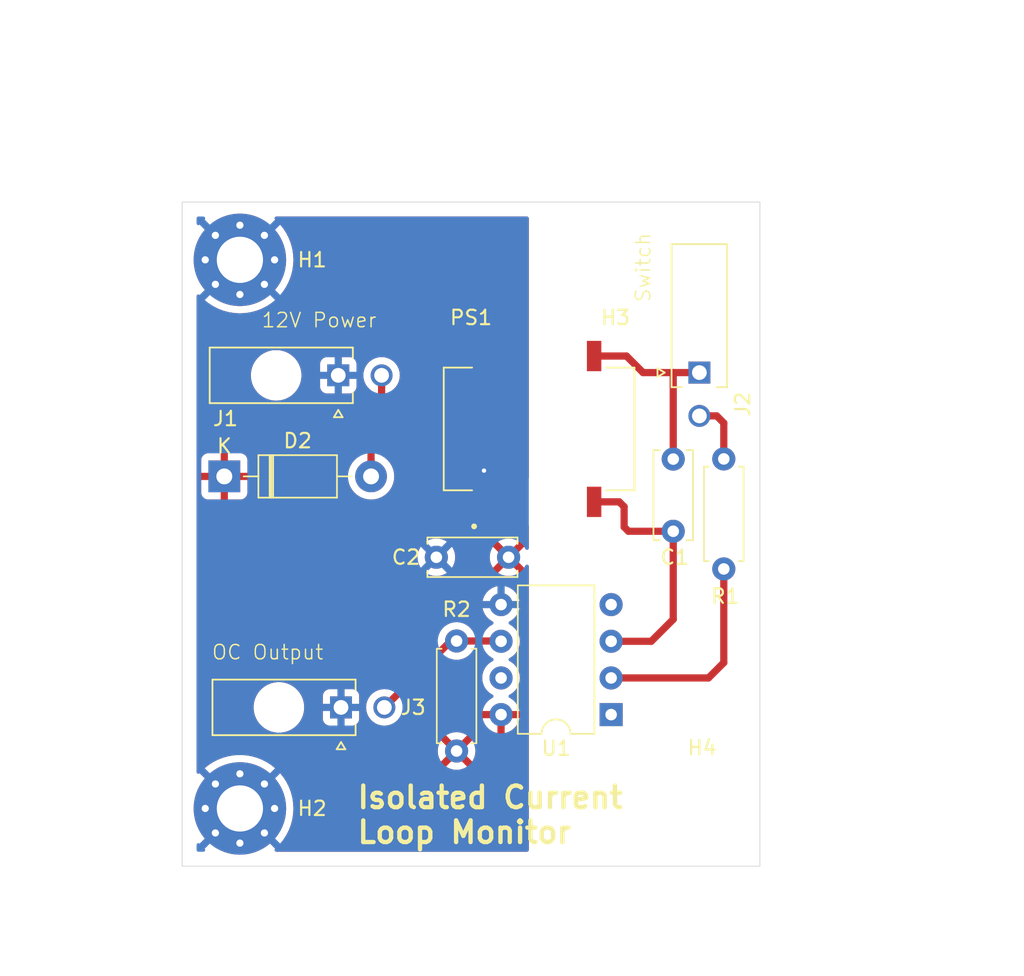
<source format=kicad_pcb>
(kicad_pcb (version 20240108) (generator "pcbnew") (generator_version "8.0")
  (title_block (title "Isolated Current Loop Monitor Layout"))
  (layers (0 "F.Cu" signal) (31 "B.Cu" signal) (34 "B.Paste" user) (35 "F.Paste" user) (36 "B.SilkS" user "B.Silkscreen") (37 "F.SilkS" user "F.Silkscreen") (38 "B.Mask" user) (39 "F.Mask" user) (44 "Edge.Cuts" user))
  (net 0 "")
  (net 1 "+12V")
  (net 2 "GND")
  (net 3 "Net-(D2-A)")
  (net 4 "Net-(J2-Pin_1)")
  (net 5 "Net-(J2-Pin_2)")
  (net 6 "Net-(J3-Pin_2)")
  (net 7 "Net-(PS1-0V)")
  (net 8 "Net-(U1-C1)")
  (footprint "Capacitor_THT:C_Disc_D6.0mm_W2.5mm_P5.00mm" (layer "F.Cu") (at 135.6 98.6 180)
    (property "Reference" "C2" (at 7.1 0 180) (layer "F.SilkS"))
    (property "Value" "2.2uF")
    (fp_line (start 5.62 0.925) (end 5.62 1.37) (stroke (width 0.12)) (layer "F.SilkS"))
    (fp_line (start 5.62 -1.37) (end 5.62 -0.925) (stroke (width 0.12)) (layer "F.SilkS"))
    (fp_line (start -0.62 1.37) (end 5.62 1.37) (stroke (width 0.12)) (layer "F.SilkS"))
    (fp_line (start -0.62 0.925) (end -0.62 1.37) (stroke (width 0.12)) (layer "F.SilkS"))
    (fp_line (start -0.62 -1.37) (end 5.62 -1.37) (stroke (width 0.12)) (layer "F.SilkS"))
    (fp_line (start -0.62 -1.37) (end -0.62 -0.925) (stroke (width 0.12)) (layer "F.SilkS"))
    (pad "1" thru_hole circle (at 0 0 180) (size 1.6 1.6) (drill 0.8) (layers "*.Cu" "*.Mask") (net 1 "+12V"))
    (pad "2" thru_hole circle (at 5 0 180) (size 1.6 1.6) (drill 0.8) (layers "*.Cu" "*.Mask") (net 2 "GND"))
  )
  (footprint "Package_DIP:DIP-8_W7.62mm" (layer "F.Cu") (at 142.7 109.5 180)
    (property "Reference" "U1" (at 3.81 -2.33 180) (layer "F.SilkS"))
    (property "Value" "6N139")
    (fp_line (start 6.46 8.95) (end 6.46 -1.33) (stroke (width 0.12)) (layer "F.SilkS"))
    (fp_line (start 6.46 -1.33) (end 4.81 -1.33) (stroke (width 0.12)) (layer "F.SilkS"))
    (fp_line (start 2.81 -1.33) (end 1.16 -1.33) (stroke (width 0.12)) (layer "F.SilkS"))
    (fp_line (start 1.16 8.95) (end 6.46 8.95) (stroke (width 0.12)) (layer "F.SilkS"))
    (fp_line (start 1.16 -1.33) (end 1.16 8.95) (stroke (width 0.12)) (layer "F.SilkS"))
    (fp_arc (start 4.81 -1.33) (mid 3.81 -0.33) (end 2.81 -1.33) (stroke (width 0.12)) (layer "F.SilkS"))
    (pad "1" thru_hole rect (at 0 0 180) (size 1.6 1.6) (drill 0.8) (layers "*.Cu" "*.Mask"))
    (pad "2" thru_hole oval (at 0 2.54 180) (size 1.6 1.6) (drill 0.8) (layers "*.Cu" "*.Mask") (net 8 "Net-(U1-C1)"))
    (pad "3" thru_hole oval (at 0 5.08 180) (size 1.6 1.6) (drill 0.8) (layers "*.Cu" "*.Mask") (net 7 "Net-(PS1-0V)"))
    (pad "4" thru_hole oval (at 0 7.62 180) (size 1.6 1.6) (drill 0.8) (layers "*.Cu" "*.Mask"))
    (pad "5" thru_hole oval (at 7.62 7.62 180) (size 1.6 1.6) (drill 0.8) (layers "*.Cu" "*.Mask") (net 2 "GND"))
    (pad "6" thru_hole oval (at 7.62 5.08 180) (size 1.6 1.6) (drill 0.8) (layers "*.Cu" "*.Mask") (net 6 "Net-(J3-Pin_2)"))
    (pad "7" thru_hole oval (at 7.62 2.54 180) (size 1.6 1.6) (drill 0.8) (layers "*.Cu" "*.Mask"))
    (pad "8" thru_hole oval (at 7.62 0 180) (size 1.6 1.6) (drill 0.8) (layers "*.Cu" "*.Mask") (net 1 "+12V"))
  )
  (footprint "Capacitor_THT:C_Disc_D6.0mm_W2.5mm_P5.00mm" (layer "F.Cu") (at 147 91.8 -90)
    (property "Reference" "C1" (at 6.799999 -0.100001 180) (layer "F.SilkS"))
    (property "Value" "10uF")
    (fp_line (start -0.62 1.37) (end 5.62 1.37) (stroke (width 0.12)) (layer "F.SilkS"))
    (fp_line (start -0.62 0.925) (end -0.62 1.37) (stroke (width 0.12)) (layer "F.SilkS"))
    (fp_line (start 5.62 0.925) (end 5.62 1.37) (stroke (width 0.12)) (layer "F.SilkS"))
    (fp_line (start -0.62 -1.37) (end -0.62 -0.925) (stroke (width 0.12)) (layer "F.SilkS"))
    (fp_line (start -0.62 -1.37) (end 5.62 -1.37) (stroke (width 0.12)) (layer "F.SilkS"))
    (fp_line (start 5.62 -1.37) (end 5.62 -0.925) (stroke (width 0.12)) (layer "F.SilkS"))
    (pad "1" thru_hole circle (at 0 0 270) (size 1.6 1.6) (drill 0.8) (layers "*.Cu" "*.Mask") (net 4 "Net-(J2-Pin_1)"))
    (pad "2" thru_hole circle (at 5 0 270) (size 1.6 1.6) (drill 0.8) (layers "*.Cu" "*.Mask") (net 7 "Net-(PS1-0V)"))
  )
  (footprint "Isolation_Current_Loop_Monitor:MOLEX_2125280200" (layer "F.Cu") (at 123.81 86 -90)
    (property "Reference" "J1" (at 3 7.81 180) (layer "F.SilkS"))
    (property "Value" "12V Power")
    (fp_line (start -1.925 8.9) (end -1.925 -1.01) (stroke (width 0.127)) (layer "F.SilkS"))
    (fp_line (start 1.925 8.9) (end -1.925 8.9) (stroke (width 0.127)) (layer "F.SilkS"))
    (fp_line (start 2.9 0.3) (end 2.9 -0.3) (stroke (width 0.127)) (layer "F.SilkS"))
    (fp_line (start 2.4 0) (end 2.9 0.3) (stroke (width 0.127)) (layer "F.SilkS"))
    (fp_line (start 2.9 -0.3) (end 2.4 0) (stroke (width 0.127)) (layer "F.SilkS"))
    (fp_line (start -1.925 -1.01) (end -1.2 -1.01) (stroke (width 0.127)) (layer "F.SilkS"))
    (fp_line (start 1.925 -1.01) (end 1.925 8.9) (stroke (width 0.127)) (layer "F.SilkS"))
    (fp_line (start 1.925 -1.01) (end 1.2 -1.01) (stroke (width 0.127)) (layer "F.SilkS"))
    (pad "" np_thru_hole circle (at 0 4.3 270) (size 3 3) (drill 3) (layers "*.Cu" "*.Mask"))
    (pad "1" thru_hole rect (at 0 0 270) (size 1.52 1.52) (drill 1.02) (layers "*.Cu") (net 2 "GND"))
    (pad "2" thru_hole circle (at 0 -3 270) (size 1.52 1.52) (drill 1.02) (layers "*.Cu") (net 3 "Net-(D2-A)"))
  )
  (footprint "Isolation_Current_Loop_Monitor:CONV_PDSE1-S12-S5-M" (layer "F.Cu") (at 137.7125 89.7125 90)
    (property "Reference" "PS1" (at 7.7125 -4.7125 0) (layer "F.SilkS"))
    (property "Value" "PDSE1-S12-S5-M")
    (fp_line (start 4.25 -6.6) (end -4.25 -6.6) (stroke (width 0.127)) (layer "F.SilkS"))
    (fp_line (start -4.25 -6.6) (end -4.25 -4.64) (stroke (width 0.127)) (layer "F.SilkS"))
    (fp_line (start 4.25 -4.64) (end 4.25 -6.6) (stroke (width 0.127)) (layer "F.SilkS"))
    (fp_line (start 4.25 4.64) (end 4.25 6.6) (stroke (width 0.127)) (layer "F.SilkS"))
    (fp_line (start 4.25 6.6) (end -4.25 6.6) (stroke (width 0.127)) (layer "F.SilkS"))
    (fp_line (start -4.25 6.6) (end -4.25 4.64) (stroke (width 0.127)) (layer "F.SilkS"))
    (fp_circle (center -6.75 -4.5) (end -6.65 -4.5) (stroke (width 0.2)) (fill none) (layer "F.SilkS"))
    (pad "1" smd rect (at -5.05 -3.81 90) (size 2.1 1) (layers "F.Cu" "F.Paste" "F.Mask") (net 2 "GND"))
    (pad "2" smd rect (at -5.05 -1.27 90) (size 2.1 1) (layers "F.Cu" "F.Paste" "F.Mask") (net 1 "+12V"))
    (pad "4" smd rect (at -5.05 3.81 90) (size 2.1 1) (layers "F.Cu" "F.Paste" "F.Mask") (net 7 "Net-(PS1-0V)"))
    (pad "5" smd rect (at 5.05 3.81 90) (size 2.1 1) (layers "F.Cu" "F.Paste" "F.Mask") (net 4 "Net-(J2-Pin_1)"))
    (pad "8" smd rect (at 5.05 -3.81 90) (size 2.1 1) (layers "F.Cu" "F.Paste" "F.Mask"))
  )
  (footprint "Isolation_Current_Loop_Monitor:MOLEX_2125280200" (layer "F.Cu") (at 124 109 -90)
    (property "Reference" "J3" (at 0 -5 180) (layer "F.SilkS"))
    (property "Value" "Open Collector Output")
    (fp_line (start -1.925 8.9) (end -1.925 -1.01) (stroke (width 0.127)) (layer "F.SilkS"))
    (fp_line (start 1.925 8.9) (end -1.925 8.9) (stroke (width 0.127)) (layer "F.SilkS"))
    (fp_line (start 2.9 0.3) (end 2.9 -0.3) (stroke (width 0.127)) (layer "F.SilkS"))
    (fp_line (start 2.4 0) (end 2.9 0.3) (stroke (width 0.127)) (layer "F.SilkS"))
    (fp_line (start 2.9 -0.3) (end 2.4 0) (stroke (width 0.127)) (layer "F.SilkS"))
    (fp_line (start -1.925 -1.01) (end -1.2 -1.01) (stroke (width 0.127)) (layer "F.SilkS"))
    (fp_line (start 1.925 -1.01) (end 1.925 8.9) (stroke (width 0.127)) (layer "F.SilkS"))
    (fp_line (start 1.925 -1.01) (end 1.2 -1.01) (stroke (width 0.127)) (layer "F.SilkS"))
    (pad "" np_thru_hole circle (at 0 4.3 270) (size 3 3) (drill 3) (layers "*.Cu" "*.Mask"))
    (pad "1" thru_hole rect (at 0 0 270) (size 1.52 1.52) (drill 1.02) (layers "*.Cu") (net 2 "GND"))
    (pad "2" thru_hole circle (at 0 -3 270) (size 1.52 1.52) (drill 1.02) (layers "*.Cu") (net 6 "Net-(J3-Pin_2)"))
  )
  (footprint "MountingHole:MountingHole_3.2mm_M3" (layer "F.Cu") (at 149 116)
    (property "Reference" "H4" (at 0 -4.2 0) (layer "F.SilkS"))
    (property "Value" "M3")
    (pad "" np_thru_hole circle (at 0 0) (size 3.2 3.2) (drill 3.2) (layers "*.Cu" "*.Mask"))
  )
  (footprint "MountingHole:MountingHole_3.2mm_M3" (layer "F.Cu") (at 140 78)
    (property "Reference" "H3" (at 3 4 0) (layer "F.SilkS"))
    (property "Value" "M3")
    (pad "" np_thru_hole circle (at 0 0) (size 3.2 3.2) (drill 3.2) (layers "*.Cu" "*.Mask"))
  )
  (footprint "Diode_THT:D_DO-41_SOD81_P10.16mm_Horizontal" (layer "F.Cu") (at 115.92 93)
    (property "Reference" "D2" (at 5.08 -2.47 0) (layer "F.SilkS"))
    (property "Value" "1N5817")
    (fp_line (start 1.34 0) (end 2.36 0) (stroke (width 0.12)) (layer "F.SilkS"))
    (fp_line (start 2.36 -1.47) (end 2.36 1.47) (stroke (width 0.12)) (layer "F.SilkS"))
    (fp_line (start 2.36 1.47) (end 7.8 1.47) (stroke (width 0.12)) (layer "F.SilkS"))
    (fp_line (start 3.14 -1.47) (end 3.14 1.47) (stroke (width 0.12)) (layer "F.SilkS"))
    (fp_line (start 3.26 -1.47) (end 3.26 1.47) (stroke (width 0.12)) (layer "F.SilkS"))
    (fp_line (start 3.38 -1.47) (end 3.38 1.47) (stroke (width 0.12)) (layer "F.SilkS"))
    (fp_line (start 7.8 -1.47) (end 2.36 -1.47) (stroke (width 0.12)) (layer "F.SilkS"))
    (fp_line (start 7.8 1.47) (end 7.8 -1.47) (stroke (width 0.12)) (layer "F.SilkS"))
    (fp_line (start 8.82 0) (end 7.8 0) (stroke (width 0.12)) (layer "F.SilkS"))
    (fp_text user "K" (at 0 -2.1 0) (layer "F.SilkS"))
    (pad "1" thru_hole rect (at 0 0) (size 2.2 2.2) (drill 1.1) (layers "*.Cu" "*.Mask") (net 1 "+12V"))
    (pad "2" thru_hole oval (at 10.16 0) (size 2.2 2.2) (drill 1.1) (layers "*.Cu" "*.Mask") (net 3 "Net-(D2-A)"))
  )
  (footprint "Isolation_Current_Loop_Monitor:MOLEX_2125280200" (layer "F.Cu") (at 148.81 85.81 180)
    (property "Reference" "J2" (at -3 -2.19 -90) (layer "F.SilkS"))
    (property "Value" "Current Loop Input")
    (fp_line (start 2.9 0.3) (end 2.9 -0.3) (stroke (width 0.127)) (layer "F.SilkS"))
    (fp_line (start 2.9 -0.3) (end 2.4 0) (stroke (width 0.127)) (layer "F.SilkS"))
    (fp_line (start 2.4 0) (end 2.9 0.3) (stroke (width 0.127)) (layer "F.SilkS"))
    (fp_line (start 1.925 8.9) (end -1.925 8.9) (stroke (width 0.127)) (layer "F.SilkS"))
    (fp_line (start 1.925 -1.01) (end 1.925 8.9) (stroke (width 0.127)) (layer "F.SilkS"))
    (fp_line (start 1.925 -1.01) (end 1.2 -1.01) (stroke (width 0.127)) (layer "F.SilkS"))
    (fp_line (start -1.925 8.9) (end -1.925 -1.01) (stroke (width 0.127)) (layer "F.SilkS"))
    (fp_line (start -1.925 -1.01) (end -1.2 -1.01) (stroke (width 0.127)) (layer "F.SilkS"))
    (pad "" np_thru_hole circle (at 0 4.3 180) (size 3 3) (drill 3) (layers "*.Cu" "*.Mask"))
    (pad "1" thru_hole rect (at 0 0 180) (size 1.52 1.52) (drill 1.02) (layers "*.Cu") (net 4 "Net-(J2-Pin_1)"))
    (pad "2" thru_hole circle (at 0 -3 180) (size 1.52 1.52) (drill 1.02) (layers "*.Cu") (net 5 "Net-(J2-Pin_2)"))
  )
  (footprint "MountingHole:MountingHole_3.2mm_M3_Pad_Via" (layer "F.Cu") (at 117 116)
    (property "Reference" "H2" (at 5 0 0) (layer "F.SilkS"))
    (property "Value" "M3")
    (pad "1" thru_hole circle (at -2.4 0) (size 0.8 0.8) (drill 0.5) (layers "*.Cu" "*.Mask") (net 2 "GND"))
    (pad "1" thru_hole circle (at -1.697056 -1.697056) (size 0.8 0.8) (drill 0.5) (layers "*.Cu" "*.Mask") (net 2 "GND"))
    (pad "1" thru_hole circle (at -1.697056 1.697056) (size 0.8 0.8) (drill 0.5) (layers "*.Cu" "*.Mask") (net 2 "GND"))
    (pad "1" thru_hole circle (at 0 -2.4) (size 0.8 0.8) (drill 0.5) (layers "*.Cu" "*.Mask") (net 2 "GND"))
    (pad "1" thru_hole circle (at 0 0) (size 6.4 6.4) (drill 3.2) (layers "*.Cu" "*.Mask") (net 2 "GND"))
    (pad "1" thru_hole circle (at 0 2.4) (size 0.8 0.8) (drill 0.5) (layers "*.Cu" "*.Mask") (net 2 "GND"))
    (pad "1" thru_hole circle (at 1.697056 -1.697056) (size 0.8 0.8) (drill 0.5) (layers "*.Cu" "*.Mask") (net 2 "GND"))
    (pad "1" thru_hole circle (at 1.697056 1.697056) (size 0.8 0.8) (drill 0.5) (layers "*.Cu" "*.Mask") (net 2 "GND"))
    (pad "1" thru_hole circle (at 2.4 0) (size 0.8 0.8) (drill 0.5) (layers "*.Cu" "*.Mask") (net 2 "GND"))
  )
  (footprint "Resistor_THT:R_Axial_DIN0207_L6.3mm_D2.5mm_P7.62mm_Horizontal" (layer "F.Cu") (at 132 112.02 90)
    (property "Reference" "R2" (at 9.81 0 0) (layer "F.SilkS"))
    (property "Value" "10k")
    (fp_line (start 7.08 -1.37) (end 7.08 -1.04) (stroke (width 0.12)) (layer "F.SilkS"))
    (fp_line (start 0.54 -1.37) (end 7.08 -1.37) (stroke (width 0.12)) (layer "F.SilkS"))
    (fp_line (start 0.54 -1.04) (end 0.54 -1.37) (stroke (width 0.12)) (layer "F.SilkS"))
    (fp_line (start 0.54 1.04) (end 0.54 1.37) (stroke (width 0.12)) (layer "F.SilkS"))
    (fp_line (start 7.08 1.37) (end 7.08 1.04) (stroke (width 0.12)) (layer "F.SilkS"))
    (fp_line (start 0.54 1.37) (end 7.08 1.37) (stroke (width 0.12)) (layer "F.SilkS"))
    (pad "1" thru_hole circle (at 0 0 90) (size 1.6 1.6) (drill 0.8) (layers "*.Cu" "*.Mask") (net 1 "+12V"))
    (pad "2" thru_hole oval (at 7.62 0 90) (size 1.6 1.6) (drill 0.8) (layers "*.Cu" "*.Mask") (net 6 "Net-(J3-Pin_2)"))
  )
  (footprint "MountingHole:MountingHole_3.2mm_M3_Pad_Via" (layer "F.Cu") (at 117 78)
    (property "Reference" "H1" (at 5 0 0) (layer "F.SilkS"))
    (property "Value" "M3")
    (pad "1" thru_hole circle (at -2.4 0) (size 0.8 0.8) (drill 0.5) (layers "*.Cu" "*.Mask") (net 2 "GND"))
    (pad "1" thru_hole circle (at -1.697056 -1.697056) (size 0.8 0.8) (drill 0.5) (layers "*.Cu" "*.Mask") (net 2 "GND"))
    (pad "1" thru_hole circle (at -1.697056 1.697056) (size 0.8 0.8) (drill 0.5) (layers "*.Cu" "*.Mask") (net 2 "GND"))
    (pad "1" thru_hole circle (at 0 -2.4) (size 0.8 0.8) (drill 0.5) (layers "*.Cu" "*.Mask") (net 2 "GND"))
    (pad "1" thru_hole circle (at 0 0) (size 6.4 6.4) (drill 3.2) (layers "*.Cu" "*.Mask") (net 2 "GND"))
    (pad "1" thru_hole circle (at 0 2.4) (size 0.8 0.8) (drill 0.5) (layers "*.Cu" "*.Mask") (net 2 "GND"))
    (pad "1" thru_hole circle (at 1.697056 -1.697056) (size 0.8 0.8) (drill 0.5) (layers "*.Cu" "*.Mask") (net 2 "GND"))
    (pad "1" thru_hole circle (at 1.697056 1.697056) (size 0.8 0.8) (drill 0.5) (layers "*.Cu" "*.Mask") (net 2 "GND"))
    (pad "1" thru_hole circle (at 2.4 0) (size 0.8 0.8) (drill 0.5) (layers "*.Cu" "*.Mask") (net 2 "GND"))
  )
  (footprint "Resistor_THT:R_Axial_DIN0207_L6.3mm_D2.5mm_P7.62mm_Horizontal" (layer "F.Cu") (at 150.5 91.79 -90)
    (property "Reference" "R1" (at 9.509999 -0.100001 180) (layer "F.SilkS"))
    (property "Value" "1k")
    (fp_line (start 0.54 1.37) (end 7.08 1.37) (stroke (width 0.12)) (layer "F.SilkS"))
    (fp_line (start 7.08 1.37) (end 7.08 1.04) (stroke (width 0.12)) (layer "F.SilkS"))
    (fp_line (start 0.54 1.04) (end 0.54 1.37) (stroke (width 0.12)) (layer "F.SilkS"))
    (fp_line (start 0.54 -1.04) (end 0.54 -1.37) (stroke (width 0.12)) (layer "F.SilkS"))
    (fp_line (start 0.54 -1.37) (end 7.08 -1.37) (stroke (width 0.12)) (layer "F.SilkS"))
    (fp_line (start 7.08 -1.37) (end 7.08 -1.04) (stroke (width 0.12)) (layer "F.SilkS"))
    (pad "1" thru_hole circle (at 0 0 270) (size 1.6 1.6) (drill 0.8) (layers "*.Cu" "*.Mask") (net 5 "Net-(J2-Pin_2)"))
    (pad "2" thru_hole oval (at 7.62 0 270) (size 1.6 1.6) (drill 0.8) (layers "*.Cu" "*.Mask") (net 8 "Net-(U1-C1)"))
  )
  (gr_line (start 153 74) (end 153 120) (stroke (width 0.05)) (layer "Edge.Cuts"))
  (gr_line (start 153 120) (end 113 120) (stroke (width 0.05)) (layer "Edge.Cuts"))
  (gr_line (start 113 120) (end 113 74) (stroke (width 0.05)) (layer "Edge.Cuts"))
  (gr_line (start 113 74) (end 153 74) (stroke (width 0.05)) (layer "Edge.Cuts"))
  (gr_text "OC Output" (at 115 105.7625 0) (layer "F.SilkS") (effects (font (size 1 1) (thickness 0.1)) (justify left bottom)))
  (gr_text "12V Power" (at 118.4425 82.7625 0) (layer "F.SilkS") (effects (font (size 1 1) (thickness 0.1)) (justify left bottom)))
  (gr_text "Isolated Current \nLoop Monitor" (at 124.985 118.525 0) (layer "F.SilkS") (effects (font (size 1.5 1.5) (thickness 0.3) (bold yes)) (justify left bottom)))
  (gr_text "Switch" (at 145.5 81 90) (layer "F.SilkS") (effects (font (size 1 1) (thickness 0.1)) (justify left bottom)))
  (segment (start 133.9025 94.7625) (end 133.9025 92.6025) (width 0.5) (layer "F.Cu") (net 2))
  (segment (start 133.9025 92.6025) (end 133.9 92.6) (width 0.5) (layer "F.Cu") (net 2))
  (via (at 133.9 92.6) (size 0.6) (drill 0.3) (layers "F.Cu" "B.Cu") (net 2))
  (segment (start 126.08 89.72) (end 126.08 93) (width 0.5) (layer "F.Cu") (net 3))
  (segment (start 126.81 86) (end 126.81 88.99) (width 0.5) (layer "F.Cu") (net 3))
  (segment (start 126.81 88.99) (end 126.08 89.72) (width 0.5) (layer "F.Cu") (net 3))
  (segment (start 147 85.81) (end 144.91 85.81) (width 0.5) (layer "F.Cu") (net 4))
  (segment (start 143.7625 84.6625) (end 141.5225 84.6625) (width 0.5) (layer "F.Cu") (net 4))
  (segment (start 144.91 85.81) (end 143.7625 84.6625) (width 0.5) (layer "F.Cu") (net 4))
  (segment (start 147 91.8) (end 147 85.81) (width 0.5) (layer "F.Cu") (net 4))
  (segment (start 148.81 85.81) (end 147 85.81) (width 0.5) (layer "F.Cu") (net 4))
  (segment (start 150.01 88.81) (end 150.5 89.3) (width 0.5) (layer "F.Cu") (net 5))
  (segment (start 150.5 89.3) (end 150.5 91.79) (width 0.5) (layer "F.Cu") (net 5))
  (segment (start 148.81 88.81) (end 150.01 88.81) (width 0.5) (layer "F.Cu") (net 5))
  (segment (start 132 104.4) (end 135.06 104.4) (width 0.5) (layer "F.Cu") (net 6))
  (segment (start 135.06 104.4) (end 135.08 104.42) (width 0.5) (layer "F.Cu") (net 6))
  (segment (start 127 109) (end 131.6 104.4) (width 0.5) (layer "F.Cu") (net 6))
  (segment (start 131.6 104.4) (end 132 104.4) (width 0.5) (layer "F.Cu") (net 6))
  (segment (start 145.48 104.42) (end 147 102.9) (width 0.5) (layer "F.Cu") (net 7))
  (segment (start 143.2625 94.7625) (end 143.6 95.1) (width 0.5) (layer "F.Cu") (net 7))
  (segment (start 142.7 104.42) (end 145.48 104.42) (width 0.5) (layer "F.Cu") (net 7))
  (segment (start 147 102.9) (end 147 96.8) (width 0.5) (layer "F.Cu") (net 7))
  (segment (start 141.5225 94.7625) (end 143.2625 94.7625) (width 0.5) (layer "F.Cu") (net 7))
  (segment (start 143.6 95.1) (end 143.6 96.5) (width 0.5) (layer "F.Cu") (net 7))
  (segment (start 143.6 96.5) (end 143.9 96.8) (width 0.5) (layer "F.Cu") (net 7))
  (segment (start 143.9 96.8) (end 147 96.8) (width 0.5) (layer "F.Cu") (net 7))
  (segment (start 150.5 105.9) (end 150.5 99.41) (width 0.5) (layer "F.Cu") (net 8))
  (segment (start 149.44 106.96) (end 150.5 105.9) (width 0.5) (layer "F.Cu") (net 8))
  (segment (start 142.7 106.96) (end 149.44 106.96) (width 0.5) (layer "F.Cu") (net 8))
  (zone (net 1) (net_name "+12V") (layer "F.Cu") (priority 1) (connect_pads (clearance 0.5)) (min_thickness 0.25) (fill yes (thermal_gap 0.5) (thermal_bridge_width 0.5))
    (polygon (pts (xy 114 75) (xy 137 75) (xy 137 119) (xy 114 119)))
  )
  (zone (net 2) (net_name "GND") (layer "B.Cu") (connect_pads (clearance 0.5)) (min_thickness 0.25) (fill yes (thermal_gap 0.5) (thermal_bridge_width 0.5))
    (polygon (pts (xy 114 75) (xy 137 75) (xy 137 119) (xy 114 119)))
  )
)
</source>
